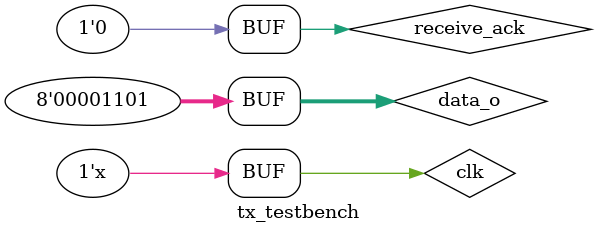
<source format=v>
`timescale 1ns / 1ps


module tx_testbench();
 //input
 reg [7:0]data_o;
 reg clk;
 reg receive_ack;
 //output
 wire txd;
 wire LEDmind;
 
 uart_tx uarttx(
    .data_o(data_o),
    .txd(txd),
    .clk(clk),
    .receive_ack(receive_ack),
    .LEDmind(LEDmind)
);

initial begin
    #0   
    clk=0;
    data_o=0;
    receive_ack=0;
    #50
    data_o='b11111111;
    #100
    receive_ack=1;
    #10
    receive_ack=0;
    #110
    data_o='b10001100;
    #40
    receive_ack=1;
    #10
    receive_ack=0;
    #110
    data_o='b11101101;
    #40
    receive_ack=1;
    #10
    receive_ack=0;
    #110
    data_o='b00001101;
    #40
    receive_ack=1;
    #10
    receive_ack=0;
    end
always #5 clk = !clk;
endmodule

</source>
